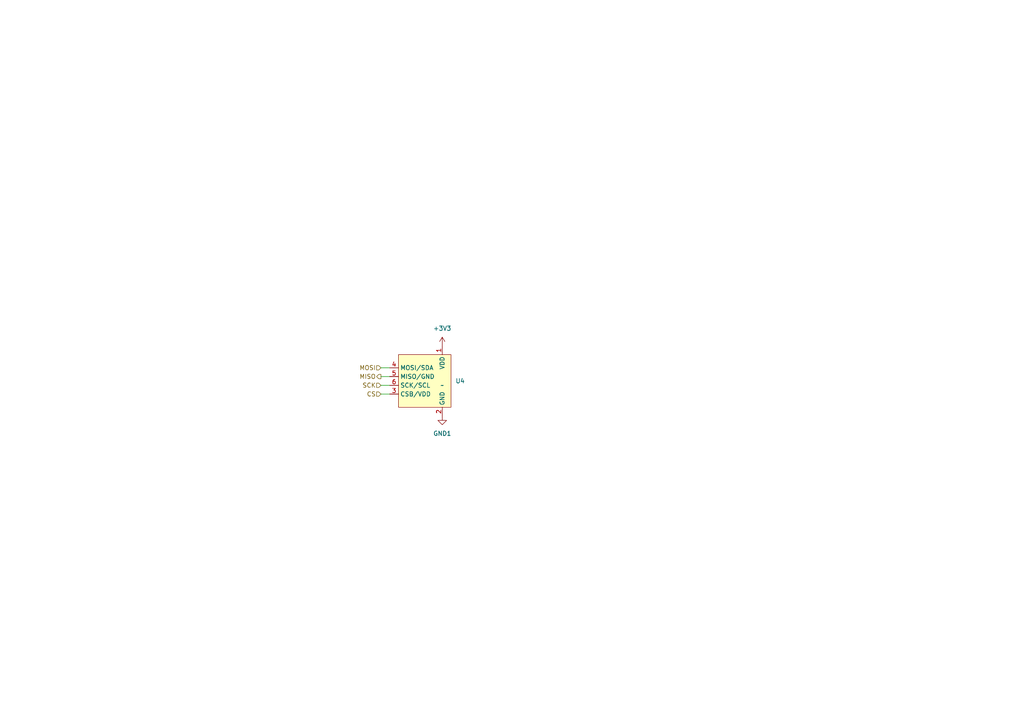
<source format=kicad_sch>
(kicad_sch (version 20230121) (generator eeschema)
  (paper "A4")
  (lib_symbols
    (symbol "balloon_lib:BME280"
      (property "Reference" "U" (at -5.08 -8.89 0))
      (symbol "BME280_1_1"
        (rectangle (start -8.89 7.62) (end 6.35 -7.62) (fill (type background)))
        (pin power_in line (at 3.81 10.16 270) (length 2.54) (name "VDD") (number "1"))
        (pin passive line (at 3.81 -10.16 90) (length 2.54) (name "GND") (number "2"))
        (pin bidirectional line (at -11.43 -3.81 0) (length 2.54) (name "CSB/VDD") (number "3"))
        (pin bidirectional line (at -11.43 3.81 0) (length 2.54) (name "MOSI/SDA") (number "4"))
        (pin bidirectional line (at -11.43 1.27 0) (length 2.54) (name "MISO/GND") (number "5"))
        (pin bidirectional line (at -11.43 -1.27 0) (length 2.54) (name "SCK/SCL") (number "6"))
      )
    )
    (symbol "power:+3V3" (power) (pin_names (offset 0))
      (property "Value" "+3V3" (at 0 3.556 0))
      (symbol "+3V3_0_1"
        (polyline (pts (xy -0.762 1.27) (xy 0 2.54)))
        (polyline (pts (xy 0 0) (xy 0 2.54)))
        (polyline (pts (xy 0 2.54) (xy 0.762 1.27)))
      )
      (symbol "+3V3_1_1"
        (pin power_in line (at 0 0 90) (length 0) hide (name "+3V3") (number "1"))
      )
    )
    (symbol "power:GND1" (power) (pin_names (offset 0))
      (property "Value" "GND1" (at 0 -3.81 0))
      (symbol "GND1_0_1"
        (polyline (pts (xy 0 0) (xy 0 -1.27) (xy 1.27 -1.27) (xy 0 -2.54) (xy -1.27 -1.27) (xy 0 -1.27)))
      )
      (symbol "GND1_1_1"
        (pin power_in line (at 0 0 270) (length 0) hide (name "GND1") (number "1"))
      )
    )
  )
  (wire (pts (xy 110.49 109.22) (xy 113.03 109.22)))
  (wire (pts (xy 110.49 111.76) (xy 113.03 111.76)))
  (wire (pts (xy 110.49 106.68) (xy 113.03 106.68)))
  (wire (pts (xy 110.49 114.3) (xy 113.03 114.3)))
  (hierarchical_label "SCK" (shape input) (at 110.49 111.76 180))
  (hierarchical_label "CS" (shape input) (at 110.49 114.3 180))
  (hierarchical_label "MOSI" (shape input) (at 110.49 106.68 180))
  (hierarchical_label "MISO" (shape output) (at 110.49 109.22 180))
  (symbol (lib_id "power:+3V3") (at 128.27 100.33 0) (unit 1)
    (property "Reference" "#PWR013" (effects hide))
    (property "Value" "+3V3" (at 128.27 95.25 0))
  )
  (symbol (lib_id "balloon_lib:BME280") (at 124.46 110.49 0) (unit 1)
    (property "Reference" "U4" (at 132.08 110.49 0) (effects (justify left)))
    (property "Value" "~" (at 128.27 111.76 0))
  )
  (symbol (lib_id "power:GND1") (at 128.27 120.65 0) (unit 1)
    (property "Reference" "#PWR012" (effects hide))
    (property "Value" "GND1" (at 128.27 125.73 0))
  )
)
</source>
